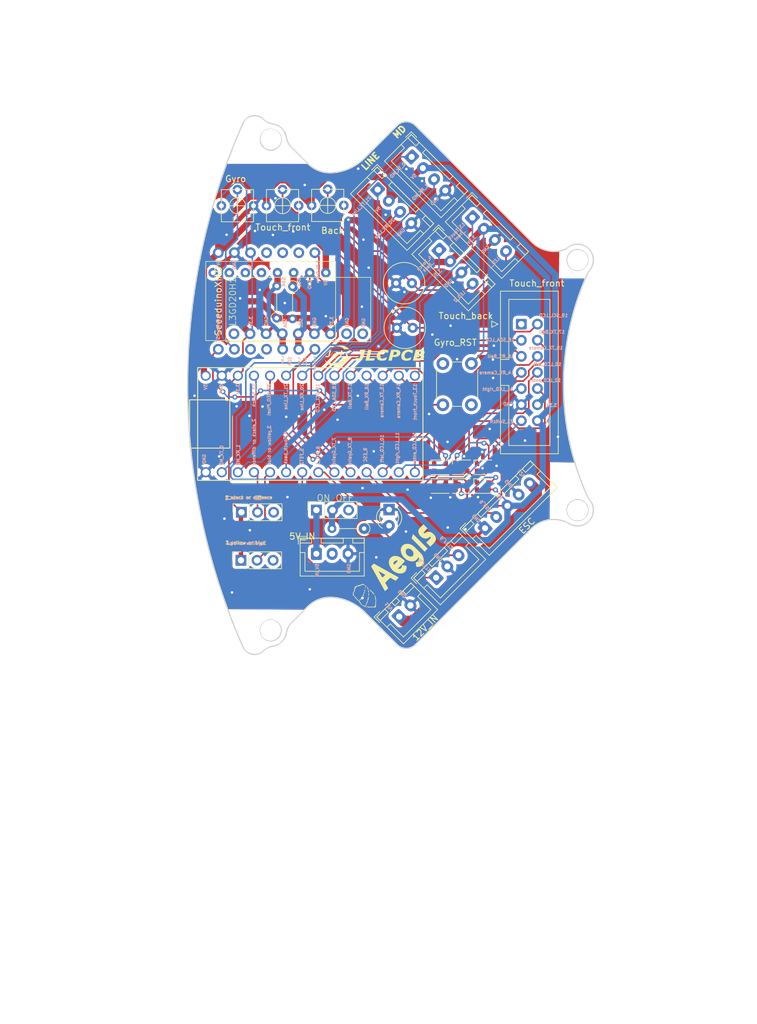
<source format=kicad_pcb>
(kicad_pcb (version 20221018) (generator pcbnew)
  (layers (0 "F.Cu" signal) (31 "B.Cu" signal) (34 "B.Paste" user) (35 "F.Paste" user) (36 "B.SilkS" user "B.Silkscreen") (37 "F.SilkS" user "F.Silkscreen") (38 "B.Mask" user) (39 "F.Mask" user) (44 "Edge.Cuts" user))
  (net 0 "")
  (net 1 "+5V")
  (net 2 "GND")
  (net 3 "SCL")
  (net 4 "SDA")
  (net 9 "LED1")
  (net 10 "Net-(D1-A)")
  (net 11 "Net-(D2-DOUT)")
  (net 12 "NEO")
  (net 13 "Net-(D3-DOUT)")
  (net 14 "Net-(D4-DOUT)")
  (net 15 "+12V")
  (net 16 "TX_MD")
  (net 17 "RX_MD")
  (net 18 "TX_Line")
  (net 19 "RX_Line")
  (net 20 "CN1_Touch_sensor")
  (net 21 "+3.3V")
  (net 22 "5V_IN")
  (net 24 "ESC")
  (net 25 "FET1")
  (net 26 "FET2")
  (net 28 "SCL_LCD")
  (net 29 "SDA_LCD")
  (net 30 "TX_Boll")
  (net 31 "RX_Boll")
  (net 32 "TX_camera")
  (net 33 "RX_camera")
  (net 34 "LCD-TeensyD10")
  (net 35 "LCD-TeensyD11")
  (net 36 "LCD-TeensyD12")
  (net 37 "switch")
  (net 40 "RV")
  (net 41 "Tougle_Switch_atack or diffence")
  (net 42 "Tougle_switch_ yellow or blue")
  (net 43 "Gyairo_RST_Switch")
  (net 44 "RX_Gyairo")
  (net 45 "TX_Gyairo")
  (net 46 "CN2_Touch_sensor")
  (net 52 "Net-(D5-DOUT)")
  (net 53 "Net-(D6-DOUT)")
  (net 55 "LED2")
  (footprint "Connector_JST:JST_XH_B3B-XH-A_1x03_P2.50mm_Vertical" (layer "F.Cu") (at 84.79 113.495)
    (fp_text reference "J5" hide)
    (fp_text value "Conn_01x03_Pin" hide)
  )
  (footprint "Connector_JST:JST_XH_B3B-XH-A_1x03_P2.50mm_Vertical" (layer "F.Cu") (at 103.694466 117.255534 45)
    (fp_text reference "J7" hide)
    (fp_text value "Conn_01x03_Pin" hide)
  )
  (footprint "Connector_JST:JST_XH_B4B-XH-A_1x04_P2.50mm_Vertical" (layer "F.Cu") (at 99.834466 50.864466 -45)
    (fp_text reference "J2" hide)
    (fp_text value "MD")
  )
  (footprint "Connector_PinSocket_2.54mm:PinSocket_1x03_P2.54mm_Vertical" (layer "F.Cu") (at 72.96 106.94 90)
    (fp_text reference "SW2" hide)
    (fp_text value "SW_DPST_x2" hide)
  )
  (footprint "Resistor_THT:R_Axial_DIN0204_L3.6mm_D1.6mm_P5.08mm_Vertical" (layer "F.Cu") (at 78.53 76.32 90)
    (fp_text reference "R2" hide)
    (fp_text value "R")
  )
  (footprint "L3GD20H2:L3GD20OH" (layer "F.Cu") (at 70.51 80.04 90)
    (fp_text reference "L3GD20H1")
    (fp_text value "~")
  )
  (footprint "Aegis:ver4" (layer "F.Cu") (at 96.865357 115.725169 45)
    (fp_text reference "G***" hide)
    (fp_text value "LOGO" hide)
  )
  (footprint "LED_SMD:LED_WS2812B-2020_PLCC4_2.0x2.0mm" (layer "F.Cu") (at 107.685 102.8)
    (fp_text reference "D6" hide)
    (fp_text value "NeoPixel_THT" hide)
  )
  (footprint "LED_THT:LED_D3.0mm_Clear" (layer "F.Cu") (at 96.27 106.515 -90)
    (fp_text reference "D1" hide)
    (fp_text value "LED" hide)
  )
  (footprint "Connector_JST:JST_XH_B4B-XH-A_1x04_P2.50mm_Vertical" (layer "F.Cu") (at 104.152233 65.572233 -45)
    (fp_text reference "J9" hide)
    (fp_text value "Conn_01x04_Pin")
  )
  (footprint "Connector_JST:JST_XH_B2B-XH-A_1x02_P2.50mm_Vertical" (layer "F.Cu") (at 97.872233 123.407767 45)
    (fp_text reference "J1" hide)
    (fp_text value "12V_IN")
  )
  (footprint "Resistor_THT:R_Axial_DIN0204_L3.6mm_D1.6mm_P5.08mm_Vertical" (layer "F.Cu") (at 81.03 71.33 -90)
    (fp_text reference "R3" hide)
    (fp_text value "R")
  )
  (footprint "BN0055:BNO00" (layer "F.Cu") (at 87.82 67.61 -90)
    (fp_text reference "BNO1" hide)
    (fp_text value "~")
  )
  (footprint "MountingHole:MountingHole_3.2mm_M3" (layer "F.Cu") (at 126.05 67.16)
    (fp_text reference "REF**" hide)
    (fp_text value "MountingHole_3.2mm_M3")
  )
  (footprint "Variable_Register:Variable_Register" (layer "F.Cu") (at 86.58 50.9)
    (fp_text reference "Back")
    (fp_text value "R_Potentiometer_Trim_US" hide)
  )
  (footprint "Capacitor_THT:C_Radial_D6.3mm_H5.0mm_P2.50mm" (layer "F.Cu") (at 97.5 77.84)
    (fp_text reference "C1" hide)
    (fp_text value "C")
  )
  (footprint "Connector_JST:JST_XH_B5B-XH-A_1x05_P2.50mm_Vertical" (layer "F.Cu") (at 111.418932 109.451068 45)
    (fp_text reference "J6" hide)
    (fp_text value "Conn_01x05_Pin" hide)
  )
  (footprint "Resistor_THT:R_Axial_DIN0204_L3.6mm_D1.6mm_P5.08mm_Vertical" (layer "F.Cu") (at 92.33 109.515 180)
    (fp_text reference "R1" hide)
    (fp_text value "R" hide)
  )
  (footprint "Connector_JST:JST_XH_B4B-XH-A_1x04_P2.50mm_Vertical" (layer "F.Cu") (at 94.47 56.02 -45)
    (fp_text reference "J3" hide)
    (fp_text value "MD" hide)
  )
  (footprint "Connector_PinSocket_2.54mm:PinSocket_1x03_P2.54mm_Vertical" (layer "F.Cu") (at 72.88 114.52 90)
    (fp_text reference "SW3" hide)
    (fp_text value "SW_DPST_x2" hide)
  )
  (footprint "Seeeduino_Xiao:seeeduinoXIAO" (layer "F.Cu") (at 76.93 73.6 -90)
    (fp_text reference "U2" hide)
    (fp_text value "SeeeduinoXIAO")
  )
  (footprint "Variable_Register:Variable_Register" (layer "F.Cu") (at 79.45 50.94)
    (fp_text reference "RV1" hide)
    (fp_text value "R_Potentiometer_Trim_US" hide)
  )
  (footprint "MountingHole:MountingHole_3.2mm_M3" (layer "F.Cu") (at 77.55 125.56)
    (fp_text reference "REF**" hide)
    (fp_text value "MountingHole_3.2mm_M3")
  )
  (footprint "LED_SMD:LED_WS2812B-2020_PLCC4_2.0x2.0mm" (layer "F.Cu") (at 111.08 99.85)
    (fp_text reference "D4" hide)
    (fp_text value "NeoPixel_THT" hide)
  )
  (footprint "MountingHole:MountingHole_3.2mm_M3" (layer "F.Cu") (at 126.02 106.62)
    (fp_text reference "REF**" hide)
    (fp_text value "MountingHole_3.2mm_M3" hide)
  )
  (footprint "teency4.0:Teensy40" (layer "F.Cu") (at 83.83 93.01)
    (fp_text reference "U1" hide)
    (fp_text value "Teensy4.0" hide)
  )
  (footprint "LED_SMD:LED_WS2812B-2020_PLCC4_2.0x2.0mm" (layer "F.Cu") (at 104.3 99.85)
    (fp_text reference "D2" hide)
    (fp_text value "NeoPixel_THT" hide)
  )
  (footprint "Connector_PinSocket_2.54mm:PinSocket_1x03_P2.54mm_Vertical" (layer "F.Cu") (at 84.8 106.595 90)
    (fp_text reference "SW1" hide)
    (fp_text value "SW_DPST_x2" hide)
  )
  (footprint "LED_SMD:LED_WS2812B-2020_PLCC4_2.0x2.0mm" (layer "F.Cu") (at 107.7 99.85)
    (fp_text reference "D3" hide)
    (fp_text value "NeoPixel_THT" hide)
  )
  (footprint "JLCPCB:JLCPCB" (layer "F.Cu") (at 93.914166 82.251167)
    (fp_text reference "G***" hide)
    (fp_text value "LOGO" hide)
  )
  (footprint "LED_SMD:LED_WS2812B-2020_PLCC4_2.0x2.0mm" (layer "F.Cu") (at 111.055 102.8)
    (fp_text reference "D7" hide)
    (fp_text value "NeoPixel_THT" hide)
  )
  (footprint "Connector_IDC:IDC-Header_2x07_P2.54mm_Vertical" (layer "F.Cu") (at 117.1475 77.26)
    (fp_text reference "J8" hide)
    (fp_text value "Conn_02x07_Top_Bottom")
  )
  (footprint "Button_Switch_THT:SW_PUSH_6mm_H5mm" (layer "F.Cu") (at 109.26 83.48 -90)
    (fp_text reference "SW4" hide)
    (fp_text value "SW_Push" hide)
  )
  (footprint "Connector_JST:JST_XH_B4B-XH-A_1x04_P2.50mm_Vertical" (layer "F.Cu") (at 109.424466 60.444466 -45)
    (fp_text reference "J4" hide)
    (fp_text value "Conn_01x04_Pin")
  )
  (footprint "MountingHole:MountingHole_3.2mm_M3" (layer "F.Cu") (at 77.6 48.08)
    (fp_text reference "REF**" hide)
    (fp_text value "MountingHole_3.2mm_M3" hide)
  )
  (footprint "Variable_Register:Variable_Register" (layer "F.Cu") (at 72.33 50.95)
    (fp_text reference "RV2" hide)
    (fp_text value "R_Potentiometer_Trim_US" hide)
  )
  (footprint "LED_SMD:LED_WS2812B-2020_PLCC4_2.0x2.0mm" (layer "F.Cu") (at 104.335 102.8)
    (fp_text reference "D5" hide)
    (fp_text value "NeoPixel_THT" hide)
  )
  (footprint "Capacitor_THT:C_Radial_D6.3mm_H5.0mm_P2.50mm" (layer "F.Cu") (at 97.38 70.79)
    (fp_text reference "C2" hide)
    (fp_text value "C")
  )
  (gr_circle (center 126.016667 67.143406) (end 124.366667 67.143406) (stroke (width 0.2)) (fill none) (layer "Edge.Cuts"))
  (gr_arc (start 76.414584 128.833744) (mid 74.645658 129.345305) (end 73.208353 128.194232) (stroke (width 0.2)) (layer "Edge.Cuts"))
  (gr_arc (start 80.889296 49.380266) (mid 80.342472 48.630491) (end 80.050989 47.749463) (stroke (width 0.2)) (layer "Edge.Cuts"))
  (gr_arc (start 127.557276 69.371234) (mid 127.737806 69.030339) (end 127.960574 68.715419) (stroke (width 0.2)) (layer "Edge.Cuts"))
  (gr_arc (start 73.208353 45.545984) (mid 74.645657 44.394929) (end 76.414584 44.906472) (stroke (width 0.2)) (layer "Edge.Cuts"))
  (gr_arc (start 124.218836 65.406223) (mid 127.672902 65.270723) (end 127.960574 68.715419) (stroke (width 0.2)) (layer "Edge.Cuts"))
  (gr_arc (start 77.992147 45.691664) (mid 79.351956 46.390018) (end 80.050989 47.749463) (stroke (width 0.2)) (layer "Edge.Cuts"))
  (gr_arc (start 87.30877 53.373083) (mid 85.21162 53.067395) (end 83.429478 51.920448) (stroke (width 0.2)) (layer "Edge.Cuts"))
  (gr_arc (start 76.414584 128.833744) (mid 77.144411 128.322703) (end 77.992147 128.048552) (stroke (width 0.2)) (layer "Edge.Cuts"))
  (gr_arc (start 97.563026 45.901453) (mid 98.977239 45.315666) (end 100.391453 45.901453) (stroke (width 0.2)) (layer "Edge.Cuts"))
  (gr_arc (start 127.960574 105.024797) (mid 127.737794 104.709884) (end 127.557276 104.368982) (stroke (width 0.2)) (layer "Edge.Cuts"))
  (gr_arc (start 83.429478 121.819768) (mid 85.211615 120.672807) (end 87.30877 120.367133) (stroke (width 0.2)) (layer "Edge.Cuts"))
  (gr_arc (start 80.050989 125.990753) (mid 79.351961 127.350213) (end 77.992147 128.048552) (stroke (width 0.2)) (layer "Edge.Cuts"))
  (gr_line (start 80.889296 124.35995) (end 83.429478 121.819768) (stroke (width 0.2)) (layer "Edge.Cuts"))
  (gr_circle (center 77.584633 48.158227) (end 75.934633 48.158227) (stroke (width 0.2)) (fill none) (layer "Edge.Cuts"))
  (gr_arc (start 73.208353 128.194232) (mid 64.462397 86.870108) (end 73.208353 45.545984) (stroke (width 0.2)) (layer "Edge.Cuts"))
  (gr_arc (start 77.992147 45.691664) (mid 77.144423 45.417495) (end 76.414584 44.906472) (stroke (width 0.2)) (layer "Edge.Cuts"))
  (gr_circle (center 126.016667 106.59681) (end 124.366667 106.59681) (stroke (width 0.2)) (fill none) (layer "Edge.Cuts"))
  (gr_line (start 83.429478 51.920448) (end 80.889296 49.380266) (stroke (width 0.2)) (layer "Edge.Cuts"))
  (gr_line (start 118.8 64.31) (end 100.391453 45.901453) (stroke (width 0.2)) (layer "Edge.Cuts"))
  (gr_arc (start 100.391453 127.838763) (mid 98.977239 128.42455) (end 97.563026 127.838763) (stroke (width 0.2)) (layer "Edge.Cuts"))
  (gr_line (start 97.563026 45.901453) (end 92.415611 51.048867) (stroke (width 0.2)) (layer "Edge.Cuts"))
  (gr_arc (start 127.557276 104.368982) (mid 123.803058 86.870108) (end 127.557276 69.371234) (stroke (width 0.2)) (layer "Edge.Cuts"))
  (gr_arc (start 87.30877 120.367133) (mid 90.072649 121.06682) (end 92.415611 122.691349) (stroke (width 0.2)) (layer "Edge.Cuts"))
  (gr_arc (start 118.69484 109.535377) (mid 121.591618 108.111885) (end 124.754569 108.754843) (stroke (width 0.2)) (layer "Edge.Cuts"))
  (gr_line (start 92.415611 122.691349) (end 97.563026 127.838763) (stroke (width 0.2)) (layer "Edge.Cuts"))
  (gr_arc (start 124.218836 65.406223) (mid 121.344135 65.675167) (end 118.8 64.31) (stroke (width 0.2)) (layer "Edge.Cuts"))
  (gr_arc (start 80.050989 125.990753) (mid 80.342495 125.109734) (end 80.889296 124.35995) (stroke (width 0.2)) (layer "Edge.Cuts"))
  (gr_arc (start 127.960574 105.024797) (mid 127.912566 108.226351) (end 124.754569 108.754843) (stroke (width 0.2)) (layer "Edge.Cuts"))
  (gr_circle (center 77.584633 125.581989) (end 75.934633 125.581989) (stroke (width 0.2)) (fill none) (layer "Edge.Cuts"))
  (gr_line (start 100.391453 127.838763) (end 118.69484 109.535377) (stroke (width 0.2)) (layer "Edge.Cuts"))
  (gr_arc (start 92.415611 51.048867) (mid 90.072625 52.673342) (end 87.30877 53.373083) (stroke (width 0.2)) (layer "Edge.Cuts"))
  (gr_text "SDA" (at 80.16 76.3 90) (layer "B.SilkS") (effects (font (size 0.5 0.5) (thickness 0.125) bold) (justify left bottom mirror)))
  (gr_text "4_Touch\n _back" (at 103.704466 67.314466 45) (layer "B.SilkS") (effects (font (size 0.5 0.5) (thickness 0.125) bold) (justify left bottom mirror)))
  (gr_text "5_SCL\n\n" (at 82.73 82.42 90) (layer "B.SilkS") (effects (font (size 0.3 0.3) (thickness 0.075) bold) (justify left bottom mirror)))
  (gr_text "GND" (at 104.29 57.46 45) (layer "B.SilkS") (effects (font (size 0.5 0.5) (thickness 0.125) bold) (justify left bottom mirror)))
  (gr_text "GND" (at 72.16 67 90) (layer "B.SilkS") (effects (font (size 0.5 0.5) (thickness 0.125) bold) (justify left bottom mirror)))
  (gr_text "15_TX_Camera" (at 95.41 86.56 90) (layer "B.SilkS") (effects (font (size 0.5 0.5) (thickness 0.125) bold) (justify left bottom mirror)))
  (gr_text "13_Touch\n  _front\n" (at 108.984466 62.074466 45) (layer "B.SilkS") (effects (font (size 0.5 0.5) (thickness 0.125) bold) (justify left bottom mirror)))
  (gr_text "7_RX_Gyairo\n" (at 85.23 67.1 90) (layer "B.SilkS") (effects (font (size 0.4 0.4) (thickness 0.1) bold) (justify left bottom mirror)))
  (gr_text "18_SDA_LCD" (at 116.1275 80.02) (layer "B.SilkS") (effects (font (size 0.5 0.5) (thickness 0.125) bold) (justify left bottom mirror)))
  (gr_text "1_RX_MD\n" (at 72.74 96.19 90) (layer "B.SilkS") (effects (font (size 0.5 0.5) (thickness 0.125) bold) (justify left bottom mirror)))
  (gr_text "9_ESC" (at 110.83 104.85 135) (layer "B.SilkS") (effects (font (size 0.5 0.5) (thickness 0.125) bold) (justify left bottom mirror)))
  (gr_text "3.3V" (at 74.75 75.93 90) (layer "B.SilkS") (effects (font (size 0.5 0.5) (thickness 0.125) bold) (justify left bottom mirror)))
  (gr_text "GND" (at 103.61 113.23 135) (layer "B.SilkS") (effects (font (size 0.5 0.5) (thickness 0.125) bold) (justify left bottom mirror)))
  (gr_text "5V_IN" (at 85.21 114.975 90) (layer "B.SilkS") (effects (font (size 0.5 0.5) (thickness 0.125) bold) (justify left bottom mirror)))
  (gr_text "17_TX_Ball" (at 124.0875 78.77) (layer "B.SilkS") (effects (font (size 0.5 0.5) (thickness 0.125) bold) (justify left bottom mirror)))
  (gr_text "23_Switch\n" (at 116.0175 92.91) (layer "B.SilkS") (effects (font (size 0.5 0.5) (thickness 0.125) bold) (justify left bottom mirror)))
  (gr_text "LED_2\n" (at 108.44 72.28 45) (layer "B.SilkS") (effects (font (size 0.5 0.5) (thickness 0.125) bold) (justify left bottom mirror)))
  (gr_text "11_LCD_right\n" (at 115.9475 87.81) (layer "B.SilkS") (effects (font (size 0.5 0.5) (thickness 0.125) bold) (justify left bottom mirror)))
  (gr_text "GND" (at 89.93 76.17 90) (layer "B.SilkS") (effects (font (size 0.5 0.5) (thickness 0.125) bold) (justify left bottom mirror)))
  (gr_text "21_TX_Line" (at 80.26 86.59 90) (layer "B.SilkS") (effects (font (size 0.5 0.5) (thickness 0.125) bold) (justify left bottom mirror)))
  (gr_text "19_SCL_LCD" (at 85.29 86.6 90) (layer "B.SilkS") (effects (font (size 0.5 0.5) (thickness 0.125) bold) (justify left bottom mirror)))
  (gr_text "GND" (at 97.96 119.03 135) (layer "B.SilkS") (effects (font (size 0.5 0.5) (thickness 0.125) bold) (justify left bottom mirror)))
  (gr_text "GND" (at 77.19 75.97 90) (layer "B.SilkS") (effects (font (size 0.5 0.5) (thickness 0.125) bold) (justify left bottom mirror)))
  (gr_text "5V" (at 86.55 70.18 90) (layer "B.SilkS") (effects (font (size 0.5 0.5) (thickness 0.125) bold) (justify left bottom mirror)))
  (gr_text "SDA" (at 80.8856 82.3318 90) (layer "B.SilkS") (effects (font (size 0.5 0.5) (thickness 0.125) bold) (justify left bottom mirror)))
  (gr_text "14_RX_Camera" (at 98.04 86.54 90) (layer "B.SilkS") (effects (font (size 0.5 0.5) (thickness 0.125) bold) (justify left bottom mirror)))
  (gr_text "5V" (at 67.59 86.64 90) (layer "B.SilkS") (effects (font (size 0.5 0.5) (thickness 0.125) bold) (justify left bottom mirror)))
  (gr_text "14_RX_Camera" (at 116.0875 85.2) (layer "B.SilkS") (effects (font (size 0.5 0.5) (thickness 0.125) bold) (justify left bottom mirror)))
  (gr_text "10_LCD_left\n" (at 95.44 94.63 90) (layer "B.SilkS") (effects (font (size 0.5 0.5) (thickness 0.125) bold) (justify left bottom mirror)))
  (gr_text "12_LCD_enter\n" (at 100.58 94.24 90) (layer "B.SilkS") (effects (font (size 0.5 0.5) (thickness 0.125) bold) (justify left bottom mirror)))
  (gr_text "12V" (at 116.77 100.06 135) (layer "B.SilkS") (effects (font (size 0.5 0.5) (thickness 0.125) bold) (justify left bottom mirror)))
  (gr_text "GND" (at 67.37 97.699 90) (layer "B.SilkS") (effects (font (size 0.5 0.5) (thickness 0.125) bold) (justify left bottom mirror)))
  (gr_text "GND" (at 114.81 101.62 135) (layer "B.SilkS") (effects (font (size 0.5 0.5) (thickness 0.125) bold) (justify left bottom mirror)))
  (gr_text "4_Touch_back" (at 80.22 94.1 90) (layer "B.SilkS") (effects (font (size 0.5 0.5) (thickness 0.125) bold) (justify left bottom mirror)))
  (gr_text "12V" (at 95.87 121.02 135) (layer "B.SilkS") (effects (font (size 0.5 0.5) (thickness 0.125) bold) (justify left bottom mirror)))
  (gr_text "16_RX_Ball" (at 93.03 86.54 90) (layer "B.SilkS") (effects (font (size 0.5 0.5) (thickness 0.125) bold) (justify left bottom mirror)))
  (gr_text "5V" (at 69.61 67.04 90) (layer "B.SilkS") (effects (font (size 0.5 0.5) (thickness 0.125) bold) (justify left bottom mirror)))
  (gr_text "22_NEO_Pixel\n" (at 77.6 86.56 90) (layer "B.SilkS") (effects (font (size 0.5 0.5) (thickness 0.125) bold) (justify left bottom mirror)))
  (gr_text "SCL" (at 82.65 76.27 90) (layer "B.SilkS") (effects (font (size 0.5 0.5) (thickness 0.125) bold) (justify left bottom mirror)))
  (gr_text "LED_1\n" (at 113.844466 66.954466 45) (layer "B.SilkS") (effects (font (size 0.5 0.5) (thickness 0.125) bold) (justify left bottom mirror)))
  (gr_text "9_ESC\n\n" (at 93.62 96.67 90) (layer "B.SilkS") (effects (font (size 0.5 0.5) (thickness 0.125) bold) (justify left bottom mirror)))
  (gr_text "GND" (at 109.66 107.11 135) (layer "B.SilkS") (effects (font (size 0.5 0.5) (thickness 0.125) bold) (justify left bottom mirror)))
  (gr_text "10_LCD_left\n" (at 123.5475 83.88) (layer "B.SilkS") (effects (font (size 0.5 0.5) (thickness 0.125) bold) (justify left bottom mirror)))
  (gr_text "5_FET2\n" (at 82.77 96.76 90) (layer "B.SilkS") (effects (font (size 0.5 0.5) (thickness 0.125) bold) (justify left bottom mirror)))
  (gr_text "0_TX_MD\n" (at 99.02 52.01 45) (layer "B.SilkS") (effects (font (size 0.5 0.5) (thickness 0.125) bold) (justify left bottom mirror)))
  (gr_text "5V" (at 100.744885 53.797347 45) (layer "B.SilkS") (effects (font (size 0.5 0.5) (thickness 0.125) bold) (justify left bottom mirror)))
  (gr_text "20_RX_Line" (at 97.274466 60.854466 45) (layer "B.SilkS") (effects (font (size 0.5 0.5) (thickness 0.125) bold) (justify left bottom mirror)))
  (gr_text "18_SDA_LCD" (at 87.9 86.449504 90) (layer "B.SilkS") (effects (font (size 0.5 0.5) (thickness 0.125) bold) (justify left bottom mirror)))
  (gr_text "GND" (at 70.1 86.64 90) (layer "B.SilkS") (effects (font (size 0.5 0.5) (thickness 0.125) bold) (justify left bottom mirror)))
  (gr_text "23_Switch\n" (at 75.24 86.51 90) (layer "B.SilkS") (effects (font (size 0.5 0.5) (thickness 0.125) bold) (justify left bottom mirror)))
  (gr_text "2_atack or diffence\n\n\n\n" (at 77.64 92.1 90) (layer "B.SilkS") (effects (font (size 0.5 0.5) (thickness 0.125) bold) (justify left bottom mirror)))
  (gr_text "5V" (at 95.114885 58.967347 45) (layer "B.SilkS") (effects (font (size 0.5 0.5) (thickness 0.125) bold) (justify left bottom mirror)))
  (gr_text "20_RX_Line" (at 82.8 86.6 90) (layer "B.SilkS") (effects (font (size 0.5 0.5) (thickness 0.125) bold) (justify left bottom mirror)))
  (gr_text "21_TX_Line" (at 93.594466 57.324466 45) (layer "B.SilkS") (effects (font (size 0.5 0.5) (thickness 0.125) bold) (justify left bottom mirror)))
  (gr_text "0_Gyiro_RST" (at 69.57 75.51 90) (layer "B.SilkS") (effects (font (size 0.5 0.5) (thickness 0.125) bold) (justify left bottom mirror)))
  (gr_text "13_Touch_front\n" (at 100.66 86.62 90) (layer "B.SilkS") (effects (font (size 0.5 0.5) (thickness 0.125) bold) (justify left bottom mirror)))
  (gr_text "7_TX_Gyairo" (at 87.85 95.01 90) (layer "B.SilkS") (effects (font (size 0.5 0.5) (thickness 0.125) bold) (justify left bottom mirror)))
  (gr_text "0_TX_MD\n" (at 70.12 96.3 90) (layer "B.SilkS") (effects (font (size 0.5 0.5) (thickness 0.125) bold) (justify left bottom mirror)))
  (gr_text "5V" (at 113.56 103.92 135) (layer "B.SilkS") (effects (font (size 0.5 0.5) (thickness 0.125) bold) (justify left bottom mirror)))
  (gr_text "GND" (at 112.274466 65.124466 45) (layer "B.SilkS") (effects (font (size 0.5 0.5) (thickness 0.125) bold) (justify left bottom mirror)))
  (gr_text "GND" (at 84.02 70.15 90) (layer "B.SilkS") (effects (font (size 0.5 0.5) (thickness 0.125) bold) (justify left bottom mirror)))
  (gr_text "6_FET2" (at 104.6 110.57 135) (layer "B.SilkS") (effects (font (size 0.5 0.5) (thickness 0.125) bold) (justify left bottom mirror)))
  (gr_text "4_SDA\n\n" (at 80.12 82.2 90) (layer "B.SilkS") (effects (font (size 0.3 0.3) (thickness 0.075) bold) (justify left bottom mirror)))
  (gr_text "3.3V" (at 74.72 66.98 90) (layer "B.SilkS") (effects (font (size 0.5 0.5) (thickness 0.125) bold) (justify left bottom mirror)))
  (gr_text "GND" (at 98.944885 62.417347 45) (layer "B.SilkS") (effects (font (size 0.5 0.5) (thickness 0.125) bold) (justify left bottom mirror)))
  (gr_text "12_LCD_enter\n" (at 123.4675 86.41) (layer "B.SilkS") (effects (font (size 0.5 0.5) (thickness 0.125) bold) (justify left bottom mirror)))
  (gr_text "15_TX_Camera" (at 123.7675 81.29) (layer "B.SilkS") (effects (font (size 0.5 0.5) (thickness 0.125) bold) (justify left bottom mirror)))
  (gr_text "6_FET_1\n" (at 85.34 96.45 90) (layer "B.SilkS") (effects (font (size 0.5 0.5) (thickness 0.125) bold) (justify left bottom mirror)))
  (gr_text "3.3V" (at 87.49 75.94 90) (layer "B.SilkS") (effects (font (size 0.5 0.5) (thickness 0.125) bold) (justify left bottom mirror)))
  (gr_text "8_TX_Gyairo" (at 90.37 95.04 90) (layer "B.SilkS") (effects (font (size 0.5 0.5) (thickness 0.125) bold) (justify left bottom mirror)))
  (gr_text "SCL" (at 82.35 69.92 90) (layer "B.SilkS") (effects (font (size 0.5 0.5) (thickness 0.125) bold) (justify left bottom mirror)))
  (gr_text "6_TX_Gyairo\n" (at 84.7 82.33 90) (layer "B.SilkS") (effects (font (size 0.3 0.3) (thickness 0.075) bold) (justify left bottom mirror)))
  (gr_text "SCL" (at 83.2856 82.4318 90) (layer "B.SilkS") (effects (font (size 0.5 0.5) (thickness 0.125) bold) (justify left bottom mirror)))
  (gr_text "GND" (at 84.79 76.09 90) (layer "B.SilkS") (effects (font (size 0.5 0.5) (thickness 0.125) bold) (justify left bottom mirror)))
  (gr_text "3.3V" (at 104.73 68.84 45) (layer "B.SilkS") (effects (font (size 0.5 0.5) (thickness 0.125) bold) (justify left bottom mirror)))
  (gr_text "3.3V" (at 110.164466 63.544466 45) (layer "B.SilkS") (effects (font (size 0.5 0.5) (thickness 0.125) bold) (justify left bottom mirror)))
  (gr_text "3_yellow or blue" (at 76.94 112.11) (layer "B.SilkS") (effects (font (size 0.5 0.5) (thickness 0.125) bold) (justify left bottom mirror)))
  (gr_text "GND" (at 115.9075 90.16) (layer "B.SilkS") (effects (font (size 0.5 0.5) (thickness 0.125) bold) (justify left bottom mirror)))
  (gr_text "2_atack or diffence\n\n\n\n" (at 70.29 102 180) (layer "B.SilkS") (effects (font (size 0.5 0.5) (thickness 0.125) bold) (justify left bottom mirror)))
  (gr_text "GND" (at 90.23 114.975 90) (layer "B.SilkS") (effects (font (size 0.5 0.5) (thickness 0.125) bold) (justify left bottom mirror)))
  (gr_text "SDA" (at 79.92 69.82 90) (layer "B.SilkS") (effects (font (size 0.5 0.5) (thickness 0.125) bold) (justify left bottom mirror)))
  (gr_text "3_yellow or blue" (at 77.64 93.14 90) (layer "B.SilkS") (effects (font (size 0.5 0.5) (thickness 0.125) bold) (justify left bottom mirror)))
  (gr_text "16_RX_Ball" (at 116.0475 82.62) (layer "B.SilkS") (effects (font (size 0.5 0.5) (thickness 0.125) bold) (justify left bottom mirror)))
  (gr_text "3.3V" (at 122.8775 90.35) (layer "B.SilkS") (effects (font (size 0.5 0.5) (thickness 0.125) bold) (justify left bottom mirror)))
  (gr_text "5V" (at 121.8875 92.96) (layer "B.SilkS") (effects (font (size 0.5 0.5) (thickness 0.125) bold) (justify left bottom mirror)))
  (gr_text "17_TX_Ball" (at 90.39 86.52 90) (layer "B.SilkS") (effects (font (size 0.5 0.5) (thickness 0.125) bold) (justify left bottom mirror)))
  (gr_text "3.3V" (at 72.71 86.6 90) (layer "B.SilkS") (effects (font (size 0.5 0.5) (thickness 0.125) bold) (justify left bottom mirror)))
  (gr_text "GND" (at 106.47 70.43 45) (layer "B.SilkS") (effects (font (size 0.5 0.5) (thickness 0.125) bold) (justify left bottom mirror)))
  (gr_text "19_SCL_LCD" (at 124.5675 76.18) (layer "B.SilkS") (effects (font (size 0.5 0.5) (thickness 0.125) bold) (justify left bottom mirror)))
  (gr_text "1_RX_MD\n" (at 102.61 55.43 45) (layer "B.SilkS") (effects (font (size 0.5 0.5) (thickness 0.125) bold) (justify left bottom mirror)))
  (gr_text "GND" (at 92.53 76.23 90) (layer "B.SilkS") (effects (font (size 0.5 0.5) (thickness 0.125) bold) (justify left bottom mirror)))
  (gr_text "11_LCD_right\n" (at 97.86 94.28 90) (layer "B.SilkS") (effects (font (size 0.5 0.5) (thickness 0.125) bold) (justify left bottom mirror)))
  (gr_text "5_FET1" (at 101.1 114.14 135) (layer "B.SilkS") (effects (font (size 0.5 0.5) (thickness 0.125) bold) (justify left bottom mirror)))
  (gr_text "Touch_front" (at 119.6 70.81) (layer "F.SilkS") (effects (font (size 1 1))))
  (gr_text "Touch_back" (at 108.39 75.95) (layer "F.SilkS") (effects (font (size 1 1))))
  (gr_text "ON\n" (at 84.8 105.265) (layer "F.SilkS") (effects (font (size 1 1) (thickness 0.1)) (justify left bottom)))
  (gr_text "2_atack or diffence\n\n\n\n" (at 70.35 107.32) (layer "F.SilkS") (effects (font (size 0.5 0.5) (thickness 0.125) bold) (justify left bottom)))
  (gr_text "3_yellow or blue" (at 70.38 112.05) (layer "F.SilkS") (effects (font (size 0.5 0.5) (thickness 0.125) bold) (justify left bottom)))
  (gr_text "Touch_front\n" (at 79.502 61.976) (layer "F.SilkS") (effects (font (size 1 1))))
  (gr_text "LINE" (at 92.484466 53.224466 45) (layer "F.SilkS") (effects (font (size 1 1) (thickness 0.25) bold) (justify left bottom)))
  (gr_text "OFF" (at 87.78 105.295) (layer "F.SilkS") (effects (font (size 1 1) (thickness 0.1)) (justify left bottom)))
  (gr_text "Gyro_RST\n\n" (at 106.73 80.96) (layer "F.SilkS") (effects (font (size 1 1))))
  (gr_text "MD" (at 97.464466 48.214466 45) (layer "F.SilkS") (effects (font (size 1 1) (thickness 0.25) bold) (justify left bottom)))
  (gr_text "Gyro\n" (at 72.04 54.34) (layer "F.SilkS") (effects (font (size 1 1))))
  (gr_text "5V_IN" (at 82.565 110.745) (layer "F.SilkS") (effects (font (size 1 1))))
  (segment (start 108.615 100.4) (end 109.29 101.075) (width 0.25) (layer "F.Cu") (net 1))
  (segment (start 74.375 60.875) (end 73.825 61.425) (width 1) (layer "F.Cu") (net 1))
  (segment (start 76.53563 57.108) (end 74.264419 57.108) (width 1) (layer "F.Cu") (net 1))
  (segment (start 81.637032 60.875) (end 74.375 60.875) (width 1) (layer "F.Cu") (net 1))
  (segment (start 113.0554 103.4034) (end 112.7252 103.3018) (width 0.25) (layer "F.Cu") (net 1))
  (segment (start 102.78 106.54) (end 111.08 106.54) (width 0.25) (layer "F.Cu") (net 1))
  (segment (start 73.825 61.425) (end 73.825 61.490635) (width 1) (layer "F.Cu") (net 1))
  (segment (start 96.237767 57.787767) (end 96.361814 57.66372) (width 1) (layer "F.Cu") (net 1))
  (segment (start 101.393301 52.632233) (end 96.237767 57.787767) (width 1) (layer "F.Cu") (net 1))
  (segment (start 80.078 54.558) (end 78.832 54.558) (width 1) (layer "F.Cu") (net 1))
  (segment (start 108.6 104.57) (end 107.62 105.55) (width 0.25) (layer "F.Cu") (net 1))
  (segment (start 107.94 101.075) (end 108.615 100.4) (width 0.25) (layer "F.Cu") (net 1))
  (segment (start 67.038 68.252) (end 67.038 85.108) (width 1) (layer "F.Cu") (net 1))
  (segment (start 67.038 85.108) (end 67.32 85.39) (width 1) (layer "F.Cu") (net 1))
  (segment (start 96.361814 57.66372) (end 96.361814 55.543006) (width 1) (layer "F.Cu") (net 1))
  (segment (start 84.04 56.452419) (end 84.04 58.52) (width 1) (layer "F.Cu") (net 1))
  (segment (start 96.361814 55.543006) (end 94.858808 54.04) (width 1) (layer "F.Cu") (net 1))
  (segment (start 94.858808 54.04) (end 86.452419 54.04) (width 1) (layer "F.Cu") (net 1))
  (segment (start 114.954466 105.915534) (end 111.704466 105.915534) (width 0.25) (layer "F.Cu") (net 1))
  (segment (start 110.633604 105.4) (end 109.39 105.4) (width 0.25) (layer "F.Cu") (net 1))
  (segment (start 84.04 58.52) (end 80.078 54.558) (width 1) (layer "F.Cu") (net 1))
  (segment (start 112.677 103.35) (end 113.0554 103.4034) (width 0.25) (layer "F.Cu") (net 1))
  (segment (start 78.832 54.558) (end 76.91 56.48) (width 1) (layer "F.Cu") (net 1))
  (segment (start 103.505 101.51) (end 102.88 101.51) (width 0.25) (layer "F.Cu") (net 1))
  (segment (start 105.89 101.075) (end 107.94 101.075) (width 0.25) (layer "F.Cu") (net 1))
  (segment (start 73.825 61.490635) (end 69.335635 65.98) (width 1) (layer "F.Cu") (net 1))
  (segment (start 107.62 105.55) (end 105.35 105.55) (width 0.25) (layer "F.Cu") (net 1))
  (segment (start 105.215 100.4) (end 104.615 100.4) (width 0.25) (layer "F.Cu") (net 1))
  (segment (start 102.88 101.51) (end 101.26 103.13) (width 0.25) (layer "F.Cu") (net 1))
  (segment (start 87.34 109.425) (end 87.25 109.515) (width 1) (layer "F.Cu") (net 1))
  (segment (start 76.91 58.56) (end 76.91 57.48237) (width 1) (layer "F.Cu") (net 1))
  (segment (start 86.28 65.517968) (end 81.637032 60.875) (width 1) (layer "F.Cu") (net 1))
  (segment (start 104.545 104.745) (end 104.545 104.055) (width 0.25) (layer "F.Cu") (net 1))
  (segment (start 111.32 101.075) (end 111.995 100.4) (width 0.25) (layer "F.Cu") (net 1))
  (segment (start 108.6 104.61) (end 108.6 103.35) (width 0.25) (layer "F.Cu") (net 1))
  (segment (start 86.452419 54.04) (end 84.04 56.452419) (width 1) (layer "F.Cu") (net 1))
  (segment (start 111.97 103.35) (end 112.677 103.35) (width 0.25) (layer "F.Cu") (net 1))
  (segment (start 111.97 103.35) (end 111.97 104.063604) (width 0.25) (layer "F.Cu") (net 1))
  (segment (start 101.26 103.13) (end 101.26 105.02) (width 0.25) (layer "F.Cu") (net 1))
  (segment (start 105.215 100.4) (end 105.89 101.075) (width 0.25) (layer "F.Cu") (net 1))
  (segment (start 69.31 65.98) (end 67.038 68.252) (width 1) (layer "F.Cu") (net 1))
  (segment (start 109.39 105.4) (end 108.6 104.61) (width 0.25) (layer "F.Cu") (net 1))
  (segment (start 104.545 104.055) (end 105.25 103.35) (width 0.25) (layer "F.Cu") (net 1))
  (segment (start 69.335635 65.98) (end 69.31 65.98) (width 1) (layer "F.Cu") (net 1))
  (segment (start 86.28 69.15) (end 86.28 65.517968) (width 1) (layer "F.Cu") (net 1))
  (segment (start 74.264419 57.108) (end 69.31 62.062419) (width 1) (layer "F.Cu") (net 1))
  (segment (start 101.26 105.02) (end 102.78 106.54) (width 0.25) (layer "F.Cu") (net 1))
  (segment (start 101.602233 52.632233) (end 101.393301 52.632233) (width 1) (layer "F.Cu") (net 1))
  (segment (start 108.6 103.35) (end 108.6 104.57) (width 0.25) (layer "F.Cu") (net 1))
  (segment (start 104.615 100.4) (end 103.505 101.51) (width 0.25) (layer "F.Cu") (net 1))
  (segment (start 69.31 62.062419) (end 69.31 65.98) (width 1) (layer "F.Cu") (net 1))
  (segment (start 111.704466 105.915534) (end 111.08 106.54) (width 0.25) (layer "F.Cu") (net 1))
  (segment (start 111.97 104.063604) (end 110.633604 105.4) (width 0.25) (layer "F.Cu") (net 1))
  (segment (start 76.91 57.48237) (end 76.53563 57.108) (width 1) (layer "F.Cu") (net 1))
  (segment (start 76.91 56.48) (end 76.91 58.56) (width 1) (layer "F.Cu") (net 1))
  (segment (start 109.29 101.075) (end 111.32 101.075) (width 0.25) (layer "F.Cu") (net 1))
  (segment (start 105.35 105.55) (end 104.545 104.745) (width 0.25) (layer "F.Cu") (net 1))
  (via (at 113.0554 103.4034) (size 0.8) (drill 0.4) (layers "F.Cu" "B.Cu") (net 1))
  (segment (start 120.5375 102.701308) (end 120.5375 93.35) (width 1) (layer "B.Cu") (net 1))
  (segment (start 120.5375 93.35) (end 119.6875 92.5) (width 1) (layer "B.Cu") (net 1))
  (segment (start 112.007118 111.342882) (end 114.954466 108.395534) (width 1) (layer "B.Cu") (net 1))
  (segment (start 87.25 106.685) (end 87.34 106.595) (width 1) (layer "B.Cu") (net 1))
  (segment (start 114.954466 108.395534) (end 114.954466 105.915534) (width 1) (layer "B.Cu") (net 1))
  (segment (start 114.954466 105.302466) (end 113.0554 103.4034) (width 0.25) (layer "B.Cu") (net 1))
  (segment (start 122.5 69.454136) (end 105.678097 52.632233) (width 1) (layer "B.Cu") (net 1))
  (segment (start 117.323274 105.915534) (end 120.5375 102.701308) (width 1) (layer "B.Cu") (net 1))
  (segment (start 114.954466 105.915534) (end 114.954466 105.302466) (width 0.25) (layer "B.Cu") (net 1))
  (segment (start 87.25 109.515) (end 87.25 106.685) (width 1) (layer "B.Cu") (net 1))
  (segment (start 104.727247 111.342882) (end 112.007118 111.342882) (width 1) (layer "B.Cu") (net 1))
  (segment (start 87.34 106.595) (end 89.02 104.915) (width 1) (layer "B.Cu") (net 1))
  (segment (start 114.954466 105.915534) (end 117.323274 105.915534) (width 1) (layer "B.Cu") (net 1))
  (segment (start 119.6875 92.5) (end 122.5 89.6875) (width 1) (layer "B.Cu") (net 1))
  (segment (start 105.678097 52.632233) (end 101.602233 52.632233) (width 1) (layer "B.Cu") (net 1))
  (segment (start 122.5 89.6875) (end 122.5 69.454136) (width 1) (layer "B.Cu") (net 1))
  (segment (start 89.02 104.915) (end 98.299365 104.915) (width 1) (layer "B.Cu") (net 1))
  (segment (start 98.299365 104.915) (end 104.727247 111.342882) (width 1) (layer "B.Cu") (net 1))
  (segment (start 107.94 98.3) (end 108.12 98.12) (width 0.25) (layer "F.Cu") (net 2))
  (segment (start 106.77 103.35) (end 106.77 103.75) (width 0.25) (layer "F.Cu") (net 2))
  (segment (start 110.62 100.4) (end 111.02 100) (width 0.25) (layer "F.Cu") (net 2))
  (segment (start 83.74 70.89) (end 83.75 70.9) (width 0.25) (layer "F.Cu") (net 2))
  (segment (start 106.785 100.4) (end 107.035 100.4) (width 0.25) (layer "F.Cu") (net 2))
  (segment (start 107.035 100.4) (end 107.94 99.495) (width 0.25) (layer "F.Cu") (net 2))
  (segment (start 106.77 103.75) (end 105.93 104.59) (width 0.25) (layer "F.Cu") (net 2))
  (segment (start 83.75 70.9) (end 83.74 70.91) (width 0.25) (layer "F.Cu") (net 2))
  (segment (start 83.74 69.15) (end 83.74 70.89) (width 0.25) (layer "F.Cu") (net 2))
  (segment (start 83.74 70.91) (end 83.74 71.015) (width 0.25) (layer "F.Cu") (net 2))
  (segment (start 110.165 100.4) (end 110.62 100.4) (width 0.25) (layer "F.Cu") (net 2))
  (segment (start 107.94 99.495) (end 107.94 98.3) (width 0.25) (layer "F.Cu") (net 2))
  (via (at 93.85 97.325) (size 0.8) (drill 0.4) (layers "F.Cu" "B.Cu") (net 2))
  (via (at 98.69 72.18) (size 0.8) (drill 0.4) (layers "F.Cu" "B.Cu") (net 2))
  (via (at 106.34 70.67) (size 0.8) (drill 0.4) (layers "F.Cu" "B.Cu") (net 2))
  (via (at 103.56 57.47) (size 0.8) (drill 0.4) (layers "F.Cu" "B.Cu") (net 2))
  (via (at 92.075 103.124) (size 0.8) (drill 0.4) (layers "F.Cu" "B.Cu") (net 2))
  (via (at 92.075 120.475) (size 0.8) (drill 0.4) (layers "F.Cu" "B.Cu") (net 2))
  (via (at 74.225 91.725) (size 0.8) (drill 0.4) (layers "F.Cu" "B.Cu") (net 2))
  (via (at 70.61 63.15) (size 0.8) (drill 0.4) (layers "F.Cu" "B.Cu") (net 2))
  (via (at 99.187 103.378) (size 0.8) (drill 0.4) (layers "F.Cu" "B.Cu") (net 2))
  (via (at 91.33 88.56) (size 0.8) (drill 0.4) (layers "F.Cu" "B.Cu") (net 2))
  (via (at 103.1 78.9) (size 0.8) (drill 0.4) (layers "F.Cu" "B.Cu") (net 2))
  (via (at 91.4 52.73) (size 0.8) (drill 0.4) (layers "F.Cu" "B.Cu") (net 2))
  (via (at 111.02 100) (size 0.8) (drill 0.4) (layers "F.Cu" "B.Cu") (net 2))
  (via (at 94.25 114.05) (size 0.8) (drill 0.4) (layers "F.Cu" "B.Cu") (net 2))
  (via (at 77.925 63.175) (size 0.8) (drill 0.4) (layers "F.Cu" "B.Cu") (net 2))
  (via (at 75.1 62.55) (size 0.8) (drill 0.4) (layers "F.Cu" "B.Cu") (net 2))
  (via (at 93.05 68.35) (size 0.8) (drill 0.4) (layers "F.Cu" "B.Cu") (net 2))
  (via (at 69.45 98.125) (size 0.8) (drill 0.4) (layers "F.Cu" "B.Cu") (net 2))
  (via (at 72.75 73.19) (size 0.8) (drill 0.4) (layers "F.Cu" "B.Cu") (net 2))
  (via (at 110.3 104.55) (size 0.8) (drill 0.4) (layers "F.Cu" "B.Cu") (net 2))
  (via (at 105.93 104.59) (size 0.8) (drill 0.4) (layers "F.Cu" "B.Cu") (net 2))
  (via (at 113.24 99.62) (size 0.8) (drill 0.4) (layers "F.Cu" "B.Cu") (net 2))
  (via (at 70.275 107.95) (size 0.8) (drill 0.4) (layers "F.Cu" "B.Cu") (net 2))
  (via (at 86.2838 75.9968) (size 0.8) (drill 0.4) (layers "F.Cu" "B.Cu") (net 2))
  (via (at 80.225 104.55) (size 0.8) (drill 0.4) (layers "F.Cu" "B.Cu") (net 2))
  (via (at 105.98 77.5) (size 0.8) (drill 0.4) (layers "F.Cu" "B.Cu") (net 2))
  (via (at 101.48 54.67) (size 0.8) (drill 0.4) (layers "F.Cu" "B.Cu") (net 2))
  (via (at 105.5 95.83) (size 0.8) (drill 0.4) (layers "F.Cu" "B.Cu") (net 2))
  (via (at 80.03 91.88) (size 0.8) (drill 0.4) (layers "F.Cu" "B.Cu") (net 2))
  (via (at 92.225 63.925) (size 0.8) (drill 0.4) (layers "F.Cu" "B.Cu") (net 2))
  (via (at 83.75 119.1) (size 0.8) (drill 0.4) (layers "F.Cu" "B.Cu") (net 2))
  (via (at 65.55 88.55) (size 0.8) (drill 0.4) (layers "F.Cu" "B.Cu") (net 2))
  (via (at 95.73 59.99) (size 0.8) (drill 0.4) (layers "F.Cu" "B.Cu") (net 2))
  (via (at 82.03 91.8) (size 0.8) (drill 0.4) (layers "F.Cu" "B.Cu") (net 2))
  (via (at 76.29 90.26) (size 0.8) (drill 0.4) (layers "F.Cu" "B.Cu") (net 2))
  (via (at 98.933 109.982) (size 0.8) (drill 0.4) (layers "F.Cu" "B.Cu") (net 2))
  (via (at 88.14 92.34) (size 0.8) (drill 0.4) (layers "F.Cu" "B.Cu") (net 2))
  (via (at 122.93 95.03) (size 0.8) (drill 0.4) (layers "F.Cu" "B.Cu") (net 2))
  (via (at 108.12 98.12) (size 0.8) (drill 0.4) (layers "F.Cu" "B.Cu") (net 2))
  (via (at 102.86 104.66) (size 0.8) (drill 0.4) (layers "F.Cu" "B.Cu") (net 2))
  (via (at 117.729 95.631) (size 0.8) (drill 0.4) (layers "F.Cu" "B.Cu") (net 2))
  (via (at 83.75 70.9) (size 0.8) (drill 0.4) (layers "F.Cu" "B.Cu") (net 2))
  (via (at 81.15 62.625) (size 0.8) (drill 0.4) (layers "F.Cu" "B.Cu") (net 2))
  (via (at 102.58 91.43) (size 0.8) (drill 0.4) (layers "F.Cu" "B.Cu") (net 2))
  (via (at 72.2 90.225) (size 0.8) (drill 0.4) (layers "F.Cu" "B.Cu") (net 2))
  (via (at 112.66 82.84) (size 0.8) (drill 0.4) (layers "F.Cu" "B.Cu") (net 2))
  (via (at 112.81 80.66) (size 0.8) (drill 0.4) (layers "F.Cu" "B.Cu") (net 2))
  (via (at 88.325 95.9) (size 0.8) (drill 0.4) (layers "F.Cu" "B.Cu") (net 2))
  (via (at 112.16 93.79) (size 0.8) (drill 0.4) (layers "F.Cu" "B.Cu") (net 2))
  (via (at 105.537 109.347) (size 0.8) (drill 0.4) (layers "F.Cu" "B.Cu") (net 2))
  (via (at 110.97 97.41) (size 0.8) (drill 0.4) (layers "F.Cu" "B.Cu") (net 2))
  (via (at 79.8 73.925) (size 0.8) (drill 0.4) (layers "F.Cu" "B.Cu") (net 2))
  (via (at 91.975 74.5) (size 0.8) (drill 0.4) (layers "F.Cu" "B.Cu") (net 2))
  (via (at 108.331 109.601) (size 0.8) (drill 0.4) (layers "F.Cu" "B.Cu") (net 2))
  (via (at 99 52.79) (size 0.8) (drill 0.4) (layers "F.Cu" "B.Cu") (net 2))
  (via (at 71.475 119.6) (size 0.8) (drill 0.4) (layers "F.Cu" "B.Cu") (net 2))
  (via (at 94.6 80.76) (size 0.8) (drill 0.4) (layers "F.Cu" "B.Cu") (net 2))
  (via (at 86.03 90.76) (size 0.8) (drill 0.4) (layers "F.Cu" "B.Cu") (net 2))
  (via (at 112.7 85.75) (size 0.8) (drill 0.4) (layers "F.Cu" "B.Cu") (net 2))
  (via (at 78.32 57.39) (size 0.8) (drill 0.4) (layers "F.Cu" "B.Cu") (net 2))
  (via (at 82.95 55.3) (size 0.8) (drill 0.4) (layers "F.Cu" "B.Cu") (net 2))
  (via (at 74.29 109.78) (size 0.8) (drill 0.4) (layers "F.Cu" "B.Cu") (net 2))
  (via (at 107.01 82.78) (size 0.8) (drill 0.4) (layers "F.Cu" "B.Cu") (net 2))
  (via (at 75.85 71.85) (size 0.8) (drill 0.4) (layers "F.Cu" "B.Cu") (net 2))
  (via (at 115.49 90) (size 0.8) (drill 0.4) (layers "F.Cu" "B.Cu") (net 2))
  (segment (start 81.2 71.16) (end 81.03 71.33) (width 1) (layer "F.Cu") (net 3))
  (segment (start 81.94 81.15) (end 82.01 81.22) (width 1) (layer "F.Cu") (net 3))
  (segment (start 81.94 78.77) (end 81.94 81.15) (width 1) (layer "F.Cu") (net 3))
  (segment (start 81.2 69.15) (end 81.2 71.16) (width 1) (layer "F.Cu") (net 3))
  (segment (start 81.94 78.77) (end 82.79 77.92) (width 1) (layer "B.Cu") (net 3))
  (segment (start 82.79 73.09) (end 81.03 71.33) (width 1) (layer "B.Cu") (net 3))
  (segment (start 82.79 77.92) (end 82.79 73.09) (width 1) (layer "B.Cu") (net 3))
  (segment (start 78.66 69.15) (end 78.66 71.11) (width 1) (layer "F.Cu") (net 4))
  (segment (start 79.4 81.15) (end 79.47 81.22) (width 1) (layer "F.Cu") (net 4))
  (segment (start 79.47 78.84) (end 79.4 78.77) (width 1) (layer "F.Cu") (net 4))
  (segment (start 78.66 71.11) (end 78.53 71.24) (width 1) (layer "F.Cu") (net 4))
  (segment (start 79.47 81.22) (end 79.47 78.84) (width 1) (layer "F.Cu") (net 4))
  (segment (start 77.28 72.49) (end 78.53 71.24) (width 0.7) (layer "B.Cu") (net 4))
  (segment (start 79.212233 78.77) (end 77.28 76.837767) (width 0.7) (layer "B.Cu") (net 4))
  (segment (start 77.28 76.837767) (end 77.28 72.49) (width 0.7) (layer "B.Cu") (net 4))
  (segment (start 79.4 78.77) (end 79.212233 78.77) (width 0.7) (layer "B.Cu") (net 4))
  (segment (start 81.467 59.647) (end 79.45 57.63) (width 0.25) (layer "F.Cu") (net 9))
  (segment (start 79.45 57.557251) (end 79.45 56.02) (width 0.25) (layer "F.Cu") (net 9))
  (segment (start 104.152768 77.84) (end 104.591384 77.401384) (width 0.25) (layer "F.Cu") (net 9))
  (segment (start 100 77.84) (end 81.807 59.647) (width 0.25) (layer "F.Cu") (net 9))
  (segment (start 100 77.84) (end 104.152768 77.84) (width 0.25) (layer "F.Cu") (net 9))
  (segment (start 81.807 59.647) (end 81.539749 59.647) (width 0.25) (layer "F.Cu") (net 9))
  (segment (start 81.539749 59.647) (end 79.45 57.557251) (width 0.25) (layer "F.Cu") (net 9))
  (segment (start 81.575758 59.647) (end 81.467 59.647) (width 0.25) (layer "F.Cu") (net 9))
  (segment (start 114.727767 67.265001) (end 104.591384 77.401384) (width 0.25) (layer "F.Cu") (net 9))
  (segment (start 114.727767 65.747767) (end 114.727767 67.265001) (width 0.25) (layer "F.Cu") (net 9))
  (segment (start 79.45 57.63) (end 79.45 56.02) (width 0.25) (layer "F.Cu") (net 9))
  (segment (start 95.81 109.515) (end 96.27 109.055) (width 1.7) (layer "B.Cu") (net 10))
  (segment (start 92.33 109.515) (end 95.81 109.515) (width 1.7) (layer "B.Cu") (net 10))
  (segment (start 104.74 93.06) (end 103.385 94.415) (width 0.25) (layer "F.Cu") (net 11))
  (segment (start 108.89 93.84) (end 108.11 93.06) (width 0.25) (layer "F.Cu") (net 11))
  (segment (start 108.89 99.025) (end 108.89 93.84) (width 0.25) (layer "F.Cu") (net 11))
  (segment (start 108.11 93.06) (end 104.74 93.06) (width 0.25) (layer "F.Cu") (net 11))
  (segment (start 103.385 94.415) (end 103.385 99.3) (width 0.25) (layer "F.Cu") (net 11))
  (segment (start 108.615 99.3) (end 108.89 99.025) (width 0.25) (layer "F.Cu") (net 11))
  (segment (start 77.48 91.82) (end 77.48 85.39) (width 0.25) (layer "F.Cu") (net 12))
  (segment (start 105.11 98) (end 105.16 98.05) (width 0.25) (layer "F.Cu") (net 12))
  (segment (start 84.25 98.59) (end 77.48 91.82) (width 0.25) (layer "F.Cu") (net 12))
  (segment (start 105.19 98.08) (end 105.19 98) (width 0.25) (layer "F.Cu") (net 12))
  (segment (start 105.215 98.105) (end 105.19 98.08) (width 0.25) (layer "F.Cu") (net 12))
  (segment (start 105.215 99.3) (end 105.215 98.105) (width 0.25) (layer "F.Cu") (net 12))
  (segment (start 105.19 98) (end 105.11 98) (width 0.25) (layer "F.Cu") (net 12))
  (via (at 84.25 98.59) (size 0.8) (drill 0.4) (layers "F.Cu" "B.Cu") (net 12))
  (via (at 105.19 98) (size 0.8) (drill 0.4) (layers "F.Cu" "B.Cu") (net 12))
  (segment (start 84.4 98.55) (end 84.44 98.55) (width 0.25) (layer "B.Cu") (net 12))
  (segment (start 84.48 98.55) (end 84.25 98.59) (width 0.25) (layer "B.Cu") (net 12))
  (segment (start 87.98 95.05) (end 84.48 98.55) (width 0.25) (layer "B.Cu") (net 12))
  (segment (start 105.19 98) (end 102.24 95.05) (width 0.25) (layer "B.Cu") (net 12))
  (segment (start 84.25 98.59) (end 84.4 98.55) (width 0.25) (layer "B.Cu") (net 12))
  (segment (start 102.24 95.05) (end 87.98 95.05) (width 0.25) (layer "B.Cu") (net 12))
  (segment (start 111.5745 96.0345) (end 111.995 96.455) (width 0.25) (layer "F.Cu") (net 13))
  (segment (start 106.785 98.195) (end 106.785 99.3) (width 0.25) (layer "F.Cu") (net 13))
  (segment (start 111.995 96.455) (end 111.995 99.3) (width 0.25) (layer "F.Cu") (net 13))
  (segment (start 111.25 96.0345) (end 111.5745 96.0345) (width 0.25) (layer "F.Cu") (net 13))
  (segment (start 107.01 97.97) (end 106.785 98.195) (width 0.25) (layer "F.Cu") (net 13))
  (via (at 111.25 96.0345) (size 0.8) (drill 0.4) (layers "F.Cu" "B.Cu") (net 13))
  (via (at 107.01 97.97) (size 0.8) (drill 0.4) (layers "F.Cu" "B.Cu") (net 13))
  (segment (start 107.01 97.97) (end 109.02 95.96) (width 0.25) (layer "B.Cu") (net 13))
  (segment (start 111.1755 95.96) (end 111.25 96.0345) (width 0.25) (layer "B.Cu") (net 13))
  (segment (start 109.02 95.96) (end 111.1755 95.96) (width 0.25) (layer "B.Cu") (net 13))
  (segment (start 114.01 96.61) (end 112.71 95.31) (width 0.25) (layer "F.Cu") (net 14))
  (segment (start 105 102.25) (end 104.095 103.155) (width 0.25) (layer "F.Cu") (net 14))
  (segment (start 114.01 104.176) (end 114.01 96.61) (width 0.25) (layer "F.Cu") (net 14))
  (segment (start 105.25 102.25) (end 105 102.25) (width 0.25) (layer "F.Cu") (net 14))
  (segment (start 110.52 95.31) (end 110.165 95.665) (width 0.25) (layer "F.Cu") (net 14))
  (segment (start 112.720466 105.465534) (end 114.01 104.176) (width 0.25) (layer "F.Cu") (net 14))
  (segment (start 112.71 95.31) (end 110.52 95.31) (width 0.25) (layer "F.Cu") (net 14))
  (segment (start 104.99 106) (end 110.983604 106) (width 0.25) (layer "F.Cu") (net 14))
  (segment (start 104.095 103.155) (end 104.095 105.105) (width 0.25) (layer "F.Cu") (net 14))
  (segment (start 104.095 105.105) (end 104.99 106) (width 0.25) (layer "F.Cu") (net 14))
  (segment (start 110.165 95.665) (end 110.165 99.3) (width 0.25) (layer "F.Cu") (net 14))
  (segment (start 110.983604 106) (end 111.51807 105.465534) (width 0.25) (layer "F.Cu") (net 14))
  (segment (start 111.51807 105.465534) (end 112.720466 105.465534) (width 0.25) (layer "F.Cu") (net 14))
  (segment (start 100.064264 124.114874) (end 119.54 104.639138) (width 1.7) (layer "F.Cu") (net 15))
  (segment (start 97.872233 123.407767) (end 98.57934 124.114874) (width 1.7) (layer "F.Cu") (net 15))
  (segment (start 119.54 103.43) (end 118.49 102.38) (width 1.7) (layer "F.Cu") (net 15))
  (segment (start 98.57934 124.114874) (end 100.064264 124.114874) (width 1.7) (layer "F.Cu") (net 15))
  (segment (start 119.54 104.639138) (end 119.54 103.43) (width 1.7) (layer "F.Cu") (net 15))
  (segment (start 75.01 83.365) (end 73.65 84.725) (width 0.25) (layer "B.Cu") (net 16))
  (segment (start 72.15 91.925) (end 72.15 98.34) (width 0.25) (layer "B.Cu") (net 16))
  (segment (start 73.65 84.725) (end 73.65 90.425) (width 0.25) (layer "B.Cu") (net 16))
  (segment (start 72.15 98.34) (end 69.86 100.63) (width 0.25) (layer "B.Cu") (net 16))
  (segment (start 90.735 58.093298) (end 90.735 79.295) (width 0.25) (layer "B.Cu") (net 16))
  (segment (start 73.65 90.425) (end 72.15 91.925) (width 0.25) (layer "B.Cu") (net 16))
  (segment (start 90.735 79.295) (end 89.46 80.57) (width 0.25) (layer "B.Cu") (net 16))
  (segment (start 89.46 80.57) (end 86.861701 80.57) (width 0.25) (layer "B.Cu") (net 16))
  (segment (start 86.861701 80.57) (end 84.066701 83.365) (width 0.25) (layer "B.Cu") (net 16))
  (segment (start 99.834466 50.864466) (end 97.963832 50.864466) (width 0.25) (layer "B.Cu") (net 16))
  (segment (start 84.066701 83.365) (end 75.01 83.365) (width 0.25) (layer "B.Cu") (net 16))
  (segment (start 97.963832 50.864466) (end 90.735 58.093298) (width 0.25) (layer "B.Cu") (net 16))
  (segment (start 89.33 81.97) (end 86.225 85.075) (width 0.25) (layer "B.Cu") (net 17))
  (segment (start 103.37 55.852768) (end 95.37 63.852768) (width 0.25) (layer "B.Cu") (net 17))
  (segment (start 103.37 54.4) (end 103.37 55.852768) (width 0.25) (layer "B.Cu") (net 17))
  (segment (start 92.86 81.33) (end 90.651396 81.33) (width 0.25) (layer "B.Cu") (net 17))
  (segment (start 90.651396 81.33) (end 90.011396 81.97) (width 0.25) (layer "B.Cu") (net 17))
  (segment (start 95.37 78.82) (end 92.86 81.33) (width 0.25) (layer "B.Cu") (net 17))
  (segment (start 76.11 99.02) (end 74.01 99.02) (width 0.25) (layer "B.Cu") (net 17))
  (segment (start 74.01 99.02) (end 72.4 100.63) (width 0.25) (layer "B.Cu") (net 17))
  (segment (start 90.011396 81.97) (end 89.33 81.97) (width 0.25) (layer "B.Cu") (net 17))
  (segment (start 86.225 85.075) (end 86.225 88.905) (width 0.25) (layer "B.Cu") (net 17))
  (segment (start 86.225 88.905) (end 76.11 99.02) (width 0.25) (layer "B.Cu") (net 17))
  (segment (start 95.37 63.852768) (end 95.37 78.82) (width 0.25) (layer "B.Cu") (net 17))
  (segment (start 90.328604 80.38) (end 92.49 80.38) (width 0.25) (layer "B.Cu") (net 18))
  (segment (start 84.253097 83.815) (end 87.048097 81.02) (width 0.25) (layer "B.Cu") (net 18))
  (segment (start 80.02 85.39) (end 81.595 83.815) (width 0.25) (layer "B.Cu") (net 18))
  (segment (start 92.49 80.38) (end 94.47 78.4) (width 0.25) (layer "B.Cu") (net 18))
  (segment (start 81.595 83.815) (end 84.253097 83.815) (width 0.25) (layer "B.Cu") (net 18))
  (segment (start 87.048097 81.02) (end 89.688604 81.02) (width 0.25) (layer "B.Cu") (net 18))
  (segment (start 94.47 78.4) (end 94.47 56.02) (width 0.25) (layer "B.Cu") (net 18))
  (segment (start 89.688604 81.02) (end 90.328604 80.38) (width 0.25) (layer "B.Cu") (net 18))
  (segment (start 98.005534 59.555534) (end 97.944466 59.555534) (width 0.25) (layer "B.Cu") (net 19))
  (segment (start 89.825 81.52) (end 87.22 81.52) (width 0.25) (layer "B.Cu") (net 19))
  (segment (start 83.685 84.265) (end 82.56 85.39) (width 0.25) (layer "B.Cu") (net 19))
  (segment (start 94.92 62.58) (end 94.92 78.586396) (width 0.25) (layer "B.Cu") (net 19))
  (segment (start 90.495 80.85) (end 89.825 81.52) (width 0.25) (layer "B.Cu") (net 19))
  (segment (start 97.944466 59.555534) (end 94.92 62.58) (width 0.25) (layer "B.Cu") (net 19))
  (segment (start 84.475 84.265) (end 83.685 84.265) (width 0.25) (layer "B.Cu") (net 19))
  (segment (start 94.92 78.586396) (end 92.656396 80.85) (width 0.25) (layer "B.Cu") (net 19))
  (segment (start 87.22 81.52) (end 84.475 84.265) (width 0.25) (layer "B.Cu") (net 19))
  (segment (start 92.656396 80.85) (end 90.495 80.85) (width 0.25) (layer "B.Cu") (net 19))
  (segment (start 101.125 73.7967) (end 101.125 84.605) (width 0.25) (layer "B.Cu") (net 20))
  (segment (start 109.424466 65.497234) (end 101.125 73.7967) (width 0.25) (layer "B.Cu") (net 20))
  (segment (start 101.125 84.605) (end 100.34 85.39) (width 0.25) (layer "B.Cu") (net 20))
  (segment (start 109.424466 60.444466) (end 109.424466 65.497234) (width 0.25) (layer "B.Cu") (net 20))
  (segment (start 72.88 107.02) (end 72.96 106.94) (width 0.7) (layer "F.Cu") (net 21))
  (segment (start 87.02 78.77) (end 84.57 76.32) (width 1) (layer "F.Cu") (net 21))
  (segment (start 72.88 114.52) (end 72.88 107.02) (width 0.7) (layer "F.Cu") (net 21))
  (segment (start 89.85 60.85) (end 89.92 60.85) (width 1) (layer "F.Cu") (net 21))
  (segment (start 72.4 85.39) (end 73.199999 84.590001) (width 0.25) (layer "F.Cu") (net 21))
  (segment (start 111.192233 62.212233) (end 111.047767 62.212233) (width 1) (layer "F.Cu") (net 21))
  (segment (start 89.84 60.78) (end 89.85 60.85) (width 1) (layer "F.Cu") (net 21))
  (segment (start 70.985 86.805) (end 70.985 104.965) (width 0.25) (layer "F.Cu") (net 21))
  (segment (start 73.199999 84.590001) (end 73.199999 79.890001) (width 0.25) (layer "F.Cu") (net 21))
  (segment (start 75.86 73.65) (end 78.53 76.32) (width 1) (layer "F.Cu") (net 21))
  (segment (start 72.925 77.375) (end 72.925 74.570635) (width 1) (layer "F.Cu") (net 21))
  (segment (start 72.925 74.570635) (end 73.845635 73.65) (width 1) (layer "F.Cu") (net 21))
  (segment (start 73.199999 79.890001) (end 74.32 78.77) (width 0.25) (layer "F.Cu") (net 21))
  (segment (start 72.4 85.39) (end 70.985 86.805) (width 0.25) (layer "F.Cu") (net 21))
  (segment (start 84.57 76.32) (end 78.53 76.32) (width 1) (layer "F.Cu") (net 21))
  (segment (start 73.845635 73.65) (end 75.86 73.65) (width 1) (layer "F.Cu") (net 21))
  (segment (start 105.92 67.34) (end 105.795953 67.464047) (width 1) (layer "F.Cu") (net 21))
  (segment (start 111.047767 62.212233) (end 105.92 67.34) (width 1) (layer "F.Cu") (net 21))
  (segment (start 70.985 104.965) (end 72.96 106.94) (width 0.25) (layer "F.Cu") (net 21))
  (segment (start 91.106726 60.85) (end 89.99 60.85) (width 1) (layer "F.Cu") (net 21))
  (segment (start 89.99 60.85) (end 89.84 60.78) (width 1) (layer "F.Cu") (net 21))
  (segment (start 74.32 78.77) (end 72.925 77.375) (width 1) (layer "F.Cu") (net 21))
  (segment (start 97.720773 67.464047) (end 91.106726 60.85) (width 1) (layer "F.Cu") (net 21))
  (segment (start 105.795953 67.464047) (end 97.720773 67.464047) (width 1) (layer "F.Cu") (net 21))
  (via (at 89.84 60.78) (size 0.8) (drill 0.4) (layers "F.Cu" "B.Cu") (net 21))
  (segment (start 121.2375 69.888692) (end 121.2375 88.41) (width 1) (layer "B.Cu") (net 21))
  (segment (start 89.65 76.14) (end 89.65 60.97) (width 1) (layer "B.Cu") (net 21))
  (segment (start 111.192233 81.547767) (end 111.192233 62.212233) (width 0.25) (layer "B.Cu") (net 21))
  (segment (start 69.79 58.57) (end 69.79 57.032749) (width 0.25) (layer "B.Cu") (net 21))
  (segment (start 73.78 55.942749) (end 73.78 65.37) (width 0.25) (layer "B.Cu") (net 21))
  (segment (start 89.65 60.97) (end 89.84 60.78) (width 1) (layer "B.Cu") (net 21))
  (segment (start 73.78 65.37) (end 74.39 65.98) (width 0.25) (layer "B.Cu") (net 21))
  (segment (start 87.02 78.77) (end 89.65 76.14) (width 1) (layer "B.Cu") (net 21))
  (segment (start 72.780251 54.943) (end 73.78 55.942749) (width 0.25) (layer "B.Cu") (net 21))
  (segment (start 74.667 78.423) (end 74.32 78.77) (width 0.25) (layer "B.Cu") (net 21))
  (segment (start 111.192233 62.212233) (end 113.561041 62.212233) (width 1) (layer "B.Cu") (net 21))
  (segment (start 69.79 57.032749) (end 71.879749 54.943) (width 0.25) (layer "B.Cu") (net 21))
  (segment (start 74.667 66.257) (end 74.667 78.423) (width 0.25) (layer "B.Cu") (net 21))
  (segment (start 113.561041 62.212233) (end 121.2375 69.888692) (width 1) (layer "B.Cu") (net 21))
  (segment (start 74.39 65.98) (end 74.667 66.257) (width 0.25) (layer "B.Cu") (net 21))
  (segment (start 121.2375 88.41) (end 119.6875 89.96) (width 1) (layer "B.Cu") (net 21))
  (segment (start 109.26 83.48) (end 111.192233 81.547767) (width 0.25) (layer "B.Cu") (net 21))
  (segment (start 71.879749 54.943) (end 72.780251 54.943) (width 0.25) (layer "B.Cu") (net 21))
  (segment (start 84.79 106.605) (end 84.8 106.595) (width 1) (layer "F.Cu") (net 22))
  (segment (start 84.8 106.595) (end 84.8 113.485) (width 1) (layer "B.Cu") (net 22))
  (segment (start 84.8 113.485) (end 84.79 113.495) (width 1) (layer "B.Cu") (net 22))
  (segment (start 112.564398 107.061) (end 99.151 107.061) (width 0.25) (layer "F.Cu") (net 24))
  (segment (start 113.186699 107.683301) (end 112.564398 107.061) (width 0.25) (layer "F.Cu") (net 24))
  (segment (start 99.151 107.061) (end 92.72 100.63) (width 0.25) (layer "F.Cu") (net 24))
  (segment (start 86.405434 117.255534) (end 82.56 113.4101) (width 0.25) (layer "F.Cu") (net 25))
  (segment (start 82.56 113.4101) (end 82.56 100.63) (width 0.25) (layer "F.Cu") (net 25))
  (segment (start 103.694466 117.255534) (end 86.405434 117.255534) (width 0.25) (layer "F.Cu") (net 25))
  (segment (start 107.23 113.72) (end 99.139009 113.72) (width 0.25) (layer "F.Cu") (net 26))
  (segment (start 86.049009 100.63) (end 85.1 100.63) (width 0.25) (layer "F.Cu") (net 26))
  (segment (start 99.139009 113.72) (end 86.049009 100.63) (width 0.25) (layer "F.Cu") (net 26))
  (segment (start 101.28 82.17) (end 105.015 78.435) (width 0.25) (layer "F.Cu") (net 28))
  (segment (start 118.5125 78.435) (end 119.6875 77.26) (width 0.25) (layer "F.Cu") (net 28))
  (segment (start 85.1 85.39) (end 88.32 82.17) (width 0.25) (layer "F.Cu") (net 28))
  (segment (start 88.32 82.17) (end 101.28 82.17) (width 0.25) (layer "F.Cu") (net 28))
  (segment (start 105.015 78.435) (end 118.5125 78.435) (width 0.25) (layer "F.Cu") (net 28))
  (segment (start 101.656396 82.62) (end 104.476396 79.8) (width 0.25) (layer "F.Cu") (net 29))
  (segment (start 104.476396 79.8) (end 117.1475 79.8) (width 0.25) (layer "F.Cu") (net 29))
  (segment (start 90.41 82.62) (end 101.656396 82.62) (width 0.25) (layer "F.Cu") (net 29))
  (segment (start 87.64 85.39) (end 90.41 82.62) (width 0.25) (layer "F.Cu") (net 29))
  (segment (start 116.425 86.245) (end 115.69 86.98) (width 0.25) (layer "F.Cu") (net 30))
  (segment (start 119.6875 79.8) (end 120.8625 80.975) (width 0.25) (layer "F.Cu") (net 30))
  (segment (start 119.200799 83.705) (end 118.3225 84.583299) (width 0.25) (layer "F.Cu") (net 30))
  (segment (start 119.984201 83.705) (end 119.200799 83.705) (width 0.25) (layer "F.Cu") (net 30))
  (segment (start 118.3225 84.583299) (end 118.3225 85.366701) (width 0.25) (layer "F.Cu") (net 30))
  (segment (start 120.8625 82.826701) (end 119.984201 83.705) (width 0.25) (layer "F.Cu") (net 30))
  (segment (start 94.31 86.98) (end 92.72 85.39) (width 0.25) (layer "F.Cu") (net 30))
  (segment (start 118.3225 85.366701) (end 117.444201 86.245) (width 0.25) (layer "F.Cu") (net 30))
  (segment (start 117.444201 86.245) (end 116.425 86.245) (width 0.25) (layer "F.Cu") (net 30))
  (segment (start 115.69 86.98) (end 94.31 86.98) (width 0.25) (layer "F.Cu") (net 30))
  (segment (start 120.8625 80.975) (end 120.8625 82.826701) (width 0.25) (layer "F.Cu") (net 30))
  (segment (start 103.13 83.07) (end 104.71 81.49) (width 0.25) (layer "F.Cu") (net 31))
  (segment (start 104.71 81.49) (end 116.2975 81.49) (width 0.25) (layer "F.Cu") (net 31))
  (segment (start 90.18 85.39) (end 92.5 83.07) (width 0.25) (layer "F.Cu") (net 31))
  (segment (start 116.2975 81.49) (end 117.1475 82.34) (width 0.25) (layer "F.Cu") (net 31))
  (segment (start 92.5 83.07) (end 103.13 83.07) (width 0.25) (layer "F.Cu") (net 31))
  (segment (start 119.6875 82.34) (end 118.3225 83.705) (width 0.25) (layer "F.Cu") (net 32))
  (segment (start 118.3225 83.705) (end 110.908833 83.705) (width 0.25) (layer "F.Cu") (net 32))
  (segment (start 96.385 84.265) (end 95.26 85.39) (width 0.25) (layer "F.Cu") (net 32))
  (segment (start 100.805991 84.265) (end 96.385 84.265) (width 0.25) (layer "F.Cu") (net 32))
  (segment (start 110.908833 83.705) (end 109.413833 85.2) (width 0.25) (layer "F.Cu") (net 32))
  (segment (start 109.413833 85.2) (end 101.740991 85.2) (width 0.25) (layer "F.Cu") (net 32))
  (segment (start 101.740991 85.2) (end 100.805991 84.265) (width 0.25) (layer "F.Cu") (net 32))
  (segment (start 117.1475 84.88) (end 115.5125 86.515) (width 0.25) (layer "F.Cu") (net 33))
  (segment (start 115.5125 86.515) (end 98.925 86.515) (width 0.25) (layer "F.Cu") (net 33))
  (segment (start 98.925 86.515) (end 97.8 85.39) (width 0.25) (layer "F.Cu") (net 33))
  (segment (start 117.444201 91.325) (end 111.598832 91.325) (width 0.25) (layer "F.Cu") (net 34))
  (segment (start 104.01 91.88) (end 95.26 100.63) (width 0.25) (layer "F.Cu") (net 34))
  (segment (start 118.3225 90.446701) (end 117.444201 91.325) (width 0.25) (layer "F.Cu") (net 34))
  (segment (start 118.3225 86.245) (end 118.3225 90.446701) (width 0.25) (layer "F.Cu") (net 34))
  (segment (start 111.598832 91.325) (end 111.043832 91.88) (width 0.25) (layer "F.Cu") (net 34))
  (segment (start 119.6875 84.88) (end 118.3225 86.245) (width 0.25) (layer "F.Cu") (net 34))
  (segment (start 111.043832 91.88) (end 104.01 91.88) (width 0.25) (layer "F.Cu") (net 34))
  (segment (start 105.915 98.300305) (end 104.710305 99.505) (width 0.25) (layer "B.Cu") (net 35))
  (segment (start 98.925 99.505) (end 97.8 100.63) (width 0.25) (layer "B.Cu") (net 35))
  (segment (start 105.915 97.935) (end 105.915 98.300305) (width 0.25) (layer "B.Cu") (net 35))
  (segment (start 117.1475 87.42) (end 116.43 87.42) (width 0.25) (layer "B.Cu") (net 35))
  (segment (start 104.710305 99.505) (end 98.925 99.505) (width 0.25) (layer "B.Cu") (net 35))
  (segment (start 116.43 87.42) (end 105.915 97.935) (width 0.25) (layer "B.Cu") (net 35))
  (segment (start 120.8625 92.986701) (end 120.174201 93.675) (width 0.25) (layer "F.Cu") (net 36))
  (segment (start 120.174201 93.675) (end 116.660799 93.675) (width 0.25) (layer "F.Cu") (net 36))
  (segment (start 104.37 92.55) (end 100.34 96.58) (width 0.25) (layer "F.Cu") (net 36))
  (segment (start 116.660799 93.675) (end 115.535799 92.55) (width 0.25) (layer "F.Cu") (net 36))
  (segment (start 119.6875 87.42) (end 120.8625 88.595) (width 0.25) (layer "F.Cu") (net 36))
  (segment (start 100.34 96.58) (end 100.34 100.63) (width 0.25) (layer "F.Cu") (net 36))
  (segment (start 115.535799 92.55) (end 104.37 92.55) (width 0.25) (layer "F.Cu") (net 36))
  (segment (start 120.8625 88.595) (end 120.8625 92.986701) (width 0.25) (layer "F.Cu") (net 36))
  (segment (start 107.8925 101.755) (end 71.625 101.755) (width 0.25) (layer "B.Cu") (net 37))
  (segment (start 75.25 85.7) (end 74.94 85.39) (width 0.25) (layer "B.Cu") (net 37))
  (segment (start 71.275 99.851396) (end 75.25 95.876396) (width 0.25) (layer "B.Cu") (net 37))
  (segment (start 75.25 95.876396) (end 75.25 85.7) (width 0.25) (layer "B.Cu") (net 37))
  (segment (start 71.625 101.755) (end 71.275 101.405) (width 0.25) (layer "B.Cu") (net 37))
  (segment (start 71.275 101.405) (end 71.275 99.851396) (width 0.25) (layer "B.Cu") (net 37))
  (segment (start 117.1475 92.5) (end 107.8925 101.755) (width 0.25) (layer "B.Cu") (net 37))
  (segment (start 72.33 56.03) (end 72.33 63.838299) (width 0.25) (layer "B.Cu") (net 40))
  (segment (start 69.953 68.699749) (end 69.953 79.323) (width 0.25) (layer "B.Cu") (net 40))
  (segment (start 72.33 63.838299) (end 70.485 65.683299) (width 0.25) (layer "B.Cu") (net 40))
  (segment (start 70.485 65.683299) (end 70.485 68.167749) (width 0.25) (layer "B.Cu") (net 40))
  (segment (start 70.485 68.167749) (end 69.953 68.699749) (width 0.25) (layer "B.Cu") (net 40))
  (segment (start 69.953 79.323) (end 71.85 81.22) (width 0.25) (layer "B.Cu") (net 40))
  (segment (start 75.5 101.19) (end 74.94 100.63) (width 0.25) (layer "F.Cu") (net 41))
  (segment (start 75.5 106.94) (end 75.5 101.19) (width 0.25) (layer "F.Cu") (net 41))
  (segment (start 76.675 113.265) (end 76.675 101.435) (width 0.25) (layer "F.Cu") (net 42))
  (segment (start 75.42 114.52) (end 76.675 113.265) (width 0.25) (layer "F.Cu") (net 42))
  (segment (start 76.675 101.435) (end 77.48 100.63) (width 0.25) (layer "F.Cu") (net 42))
  (segment (start 85.3 87.73) (end 85.29 87.73) (width 0.25) (layer "F.Cu") (net 43))
  (segment (start 71.95 88.74) (end 71.93 88.76) (width 0.25) (layer "F.Cu") (net 43))
  (segment (start 69.31 81.22) (end 68.46 82.07) (width 0.25) (layer "F.Cu") (net 43))
  (segment (start 70.03 87.91) (end 68.46 86.34) (width 0.25) (layer "F.Cu") (net 43))
  (segment (start 87.54 89.98) (end 85.3 87.74) (width 0.25) (layer "F.Cu") (net 43))
  (segment (start 104.76 89.98) (end 87.54 89.98) (width 0.25) (layer "F.Cu") (net 43))
  (segment (start 75.01 88.74) (end 71.95 88.74) (width 0.25) (layer "F.Cu") (net 43))
  (segment (start 85.29 87.73) (end 85.26 87.7) (width 0.25) (layer "F.Cu") (net 43))
  (segment (start 85.3 87.74) (end 85.3 87.73) (width 0.25) (layer "F.Cu") (net 43))
  (segment (start 71.91 88.74) (end 71.8 88.74) (width 0.25) (layer "F.Cu") (net 43))
  (segment (start 75.99 87.76) (end 75.01 88.74) (width 0.25) (layer "F.Cu") (net 43))
  (segment (start 71.93 88.76) (end 71.91 88.74) (width 0.25) (layer "F.Cu") (net 43))
  (segment (start 68.46 86.34) (end 68.46 85.27) (width 0.25) (layer "F.Cu") (net 43))
  (segment (start 68.46 82.07) (end 68.46 85.27) (width 0.25) (layer "F.Cu") (net 43))
  (via (at 85.3 87.73) (size 0.8) (drill 0.4) (layers "F.Cu" "B.Cu") (net 43))
  (via (at 75.99 87.76) (size 0.8) (drill 0.4) (layers "F.Cu" "B.Cu") (net 43))
  (via (at 71.93 88.76) (size 0.8) (drill 0.4) (layers "F.Cu" "B.Cu") (net 43))
  (via (at 70.03 87.91) (size 0.8) (drill 0.4) (layers "F.Cu" "B.Cu") (net 43))
  (segment (start 70.03 87.91) (end 70.068892 88.038891) (width 0.25) (layer "B.Cu") (net 43))
  (segment (start 85.3 87.73) (end 76.17 87.73) (width 0.25) (layer "B.Cu") (net 43))
  (segment (start 71.93 88.76) (end 70.79 88.76) (width 0.25) (layer "B.Cu") (net 43))
  (segment (start 75.99 87.76) (end 76.11 87.73) (width 0.25) (layer "B.Cu") (net 43))
  (segment (start 76.11 87.73) (end 76.14 87.73) (width 0.25) (layer "B.Cu") (net 43))
  (segment (start 70.79 88.76) (end 70.03 87.91) (width 0.25) (layer "B.Cu") (net 43))
  (segment (start 76.17 87.73) (end 75.99 87.76) (width 0.25) (layer "B.Cu") (net 43))
  (segment (start 88.195 72.925) (end 85.193 69.923) (width 0.25) (layer "F.Cu") (net 44))
  (segment (start 90.18 100.63) (end 83.975 94.425) (width 0.25) (layer "F.Cu") (net 44))
  (segment (start 85.193 66.623) (end 84.55 65.98) (width 0.25) (layer "F.Cu") (net 44))
  (segment (start 83.975 83.476701) (end 88.195 79.256701) (width 0.25) (layer "F.Cu") (net 44))
  (segment (start 85.193 69.923) (end 85.193 66.623) (width 0.25) (layer "F.Cu") (net 44))
  (segment (start 83.975 94.425) (end 83.975 83.476701) (width 0.25) (layer "F.Cu") (net 44))
  (segment (start 88.195 79.256701) (end 88.195 72.925) (width 0.25) (layer "F.Cu") (net 44))
  (segment (start 81.145 84.625) (end 81.145 94.135) (width 0.25) (layer "F.Cu") (net 45))
  (segment (start 81.145 94.135) (end 87.64 100.63) (width 0.25) (layer "F.Cu") (net 45))
  (segment (start 84.55 81.22) (end 81.145 84.625) (width 0.25) (layer "F.Cu") (net 45))
  (segment (start 80.02 100.63) (end 80.02 98.04) (width 0.25) (layer "B.Cu") (net 46))
  (segment (start 92.199009 81.78) (end 94.739008 81.78) (width 0.25) (layer "B.Cu") (net 46))
  (segment (start 94.739008 81.78) (end 96.375 80.144008) (width 0.25) (layer "B.Cu") (net 46))
  (segment (start 80.02 98.04) (end 89.055 89.005) (width 0.25) (layer "B.Cu") (net 46))
  (segment (start 89.055 89.005) (end 89.055 84.924009) (width 0.25) (layer "B.Cu") (net 46))
  (segment (start 96.375 80.144008) (end 96.375 76.227233) (width 0.25) (layer "B.Cu") (net 46))
  (segment (start 89.055 84.924009) (end 92.199009 81.78) (width 0.25) (layer "B.Cu") (net 46))
  (segment (start 104.152233 68.45) (end 104.152233 65.572233) (width 0.25) (layer "B.Cu") (net 46))
  (segment (start 96.375 76.227233) (end 104.152233 68.45) (width 0.25) (layer "B.Cu") (net 46))
  (segment (start 104.095 101.575) (end 107.925 101.575) (width 0.25) (layer "F.Cu") (net 52))
  (segment (start 103.42 102.25) (end 104.095 101.575) (width 0.25) (layer "F.Cu") (net 52))
  (segment (start 107.925 101.575) (end 108.6 102.25) (width 0.25) (layer "F.Cu") (net 52))
  (segment (start 107.67 103.99) (end 107.67 102.55) (width 0.25) (layer "F.Cu") (net 53))
  (segment (start 113.11 101.44) (end 112.3 102.25) (width 0.25) (layer "F.Cu") (net 53))
  (segment (start 107.37 102.25) (end 106.77 102.25) (width 0.25) (layer "F.Cu") (net 53))
  (segment (start 112.3 102.25) (end 111.97 102.25) (width 0.25) (layer "F.Cu") (net 53))
  (segment (start 107.67 103.99) (end 107.56 103.93) (width 0.25) (layer "F.Cu") (net 53))
  (segment (start 107.67 102.55) (end 107.37 102.25) (width 0.25) (layer "F.Cu") (net 53))
  (via (at 113.11 101.44) (size 0.8) (drill 0.4) (layers "F.Cu" "B.Cu") (net 53))
  (via (at 107.67 103.99) (size 0.8) (drill 0.4) (layers "F.Cu" "B.Cu") (net 53))
  (segment (start 111.44025 101.44) (end 108.89025 103.99) (width 0.25) (layer "B.Cu") (net 53))
  (segment (start 113.11 101.44) (end 111.44025 101.44) (width 0.25) (layer "B.Cu") (net 53))
  (segment (start 108.89025 103.99) (end 107.67 103.99) (width 0.25) (layer "B.Cu") (net 53))
  (segment (start 100.97 71.88) (end 108.451068 71.88) (width 0.25) (layer "F.Cu") (net 55))
  (segment (start 94.81 65.72) (end 99.88 70.79) (width 0.25) (layer "F.Cu") (net 55))
  (segment (start 99.88 70.79) (end 100.97 71.88) (width 0.25) (layer "F.Cu") (net 55))
  (segment (start 86.58 55.98) (end 86.58 59.86) (width 0.25) (layer "F.Cu") (net 55))
  (segment (start 108.451068 71.88) (end 109.455534 70.875534) (width 0.25) (layer "F.Cu") (net 55))
  (segment (start 92.44 65.72) (end 94.81 65.72) (width 0.25) (layer "F.Cu") (net 55))
  (segment (start 86.58 59.86) (end 92.44 65.72) (width 0.25) (layer "F.Cu") (net 55))
  (zone (net 0) (net_name "") (layers "F&B.Cu") (connect_pads (clearance 0)) (min_thickness 0.25)
    (keepout (tracks allowed) (vias allowed) (pads allowed) (copperpour not_allowed) (footprints allowed))
    (fill (thermal_gap 0.5) (thermal_bridge_width 0.5))
    (polygon (pts (xy 83 79.1) (xy 85.5 78.75) (xy 86.575 79.65) (xy 85.975 81.125) (xy 83.25 80.525) (xy 82.625 79.825)))
  )
  (zone (net 0) (net_name "") (layers "F&B.Cu") (connect_pads (clearance 0)) (min_thickness 0.25)
    (keepout (tracks not_allowed) (vias not_allowed) (pads not_allowed) (copperpour not_allowed) (footprints allowed))
    (fill (thermal_gap 0.5) (thermal_bridge_width 0.5))
    (polygon (pts (xy 135.269239 70.121431) (xy 123.079239 70.041431) (xy 123.179239 61.711431) (xy 134.209239 60.391431) (xy 135.259239 70.121431)))
  )
  (zone (net 0) (net_name "") (layers "F&B.Cu") (connect_pads (clearance 0)) (min_thickness 0.25)
    (keepout (tracks not_allowed) (vias not_allowed) (pads not_allowed) (copperpour not_allowed) (footprints allowed))
    (fill (thermal_gap 0.5) (thermal_bridge_width 0.5))
    (polygon (pts (xy 121.59 111.23) (xy 121.67 99.04) (xy 130 99.14) (xy 131.32 110.17) (xy 121.59 111.22)))
  )
  (zone (net 0) (net_name "") (layers "F&B.Cu") (connect_pads (clearance 0)) (min_thickness 0.25)
    (keepout (tracks not_allowed) (vias not_allowed) (pads not_allowed) (copperpour not_allowed) (footprints allowed))
    (fill (thermal_gap 0.5) (thermal_bridge_width 0.5))
    (polygon (pts (xy 70.640761 122.228569) (xy 82.830761 122.308569) (xy 82.730761 130.638569) (xy 71.700761 131.958569) (xy 70.650761 122.228569)))
  )
  (zone (net 0) (net_name "") (layers "F&B.Cu") (connect_pads (clearance 0)) (min_thickness 0.25)
    (keepout (tracks allowed) (vias allowed) (pads allowed) (copperpour not_allowed) (footprints allowed))
    (fill (thermal_gap 0.5) (thermal_bridge_width 0.5))
    (polygon (pts (xy 75.2 79.325) (xy 77.7 78.975) (xy 78.775 79.875) (xy 78.175 81.35) (xy 75.45 80.75) (xy 74.825 80.05)))
  )
  (zone (net 0) (net_name "") (layers "F&B.Cu") (connect_pads (clearance 0)) (min_thickness 0.25)
    (keepout (tracks allowed) (vias allowed) (pads allowed) (copperpour not_allowed) (footprints allowed))
    (fill (thermal_gap 0.5) (thermal_bridge_width 0.5))
    (polygon (pts (xy 77.4 66.4) (xy 87.8 66.4) (xy 87.775 70.5) (xy 84.9 70.45) (xy 84.825 68.35) (xy 77.4 68.325)))
  )
  (zone (net 0) (net_name "") (layers "F&B.Cu") (connect_pads (clearance 0)) (min_thickness 0.25)
    (keepout (tracks not_allowed) (vias not_allowed) (pads not_allowed) (copperpour not_allowed) (footprints allowed))
    (fill (thermal_gap 0.5) (thermal_bridge_width 0.5))
    (polygon (pts (xy 83.729239 51.991431) (xy 70.339239 51.961431) (xy 70.439239 43.631431) (xy 82.669239 42.261431) (xy 83.719239 51.991431)))
  )
  (zone (net 2) (net_name "GND") (layers "F&B.Cu") (connect_pads (clearance 0.5)) (min_thickness 0.25) (fill yes (thermal_gap 0.5) (thermal_bridge_width 0.5))
    (polygon (pts (xy 154.19 72.38) (xy 71.3 26.11) (xy 42.21 187.72) (xy 154.37 97.02)))
  )
)
</source>
